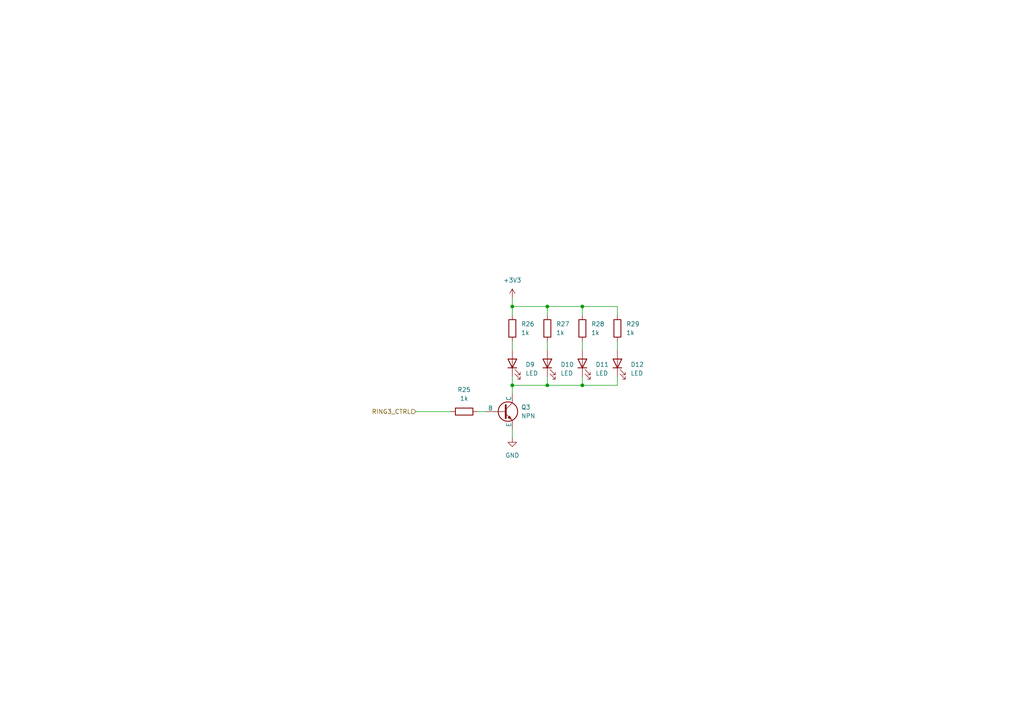
<source format=kicad_sch>
(kicad_sch (version 20231120) (generator "eeschema") (generator_version "8.0")
  (paper "A4")
  (lib_symbols
    (symbol "Device:LED" (pin_numbers hide) (pin_names (offset 1.016) hide)
      (property "Reference" "D" (at 0 2.54 0))
      (property "Value" "LED" (at 0 -2.54 0))
      (symbol "LED_0_1"
        (polyline (pts (xy -1.27 -1.27) (xy -1.27 1.27)) (stroke (width 0.254)))
        (polyline (pts (xy -1.27 0) (xy 1.27 0)))
        (polyline (pts (xy 1.27 -1.27) (xy 1.27 1.27) (xy -1.27 0) (xy 1.27 -1.27)) (stroke (width 0.254)))
        (polyline (pts (xy -3.048 -0.762) (xy -4.572 -2.286) (xy -3.81 -2.286) (xy -4.572 -2.286) (xy -4.572 -1.524)))
        (polyline (pts (xy -1.778 -0.762) (xy -3.302 -2.286) (xy -2.54 -2.286) (xy -3.302 -2.286) (xy -3.302 -1.524)))
      )
      (symbol "LED_1_1"
        (pin passive line (at -3.81 0 0) (length 2.54) (name "K") (number "1"))
        (pin passive line (at 3.81 0 180) (length 2.54) (name "A") (number "2"))
      )
    )
    (symbol "Device:R" (pin_numbers hide) (pin_names (offset 0))
      (property "Reference" "R" (at 2.032 0 90))
      (property "Value" "R" (at 0 0 90))
      (symbol "R_0_1"
        (rectangle (start -1.016 -2.54) (end 1.016 2.54) (stroke (width 0.254)))
      )
      (symbol "R_1_1"
        (pin passive line (at 0 3.81 270) (length 1.27) (name "~") (number "1"))
        (pin passive line (at 0 -3.81 90) (length 1.27) (name "~") (number "2"))
      )
    )
    (symbol "Simulation_SPICE:NPN" (pin_numbers hide) (pin_names (offset 0))
      (property "Reference" "Q" (at -2.54 7.62 0))
      (property "Value" "NPN" (at -2.54 5.08 0))
      (symbol "NPN_0_1"
        (polyline (pts (xy -2.54 0) (xy 0.635 0)) (stroke (width 0.1524)))
        (polyline (pts (xy 0.635 0.635) (xy 2.54 2.54)))
        (polyline (pts (xy 2.794 -1.27) (xy 2.794 -1.27)) (stroke (width 0.1524)))
        (polyline (pts (xy 2.794 -1.27) (xy 2.794 -1.27)) (stroke (width 0.1524)))
        (polyline (pts (xy 0.635 -0.635) (xy 2.54 -2.54) (xy 2.54 -2.54)))
        (polyline (pts (xy 0.635 1.905) (xy 0.635 -1.905) (xy 0.635 -1.905)) (stroke (width 0.508)))
        (polyline (pts (xy 1.27 -1.778) (xy 1.778 -1.27) (xy 2.286 -2.286) (xy 1.27 -1.778) (xy 1.27 -1.778)) (fill (type outline)))
        (circle (center 1.27 0) (radius 2.8194) (stroke (width 0.254)))
      )
      (symbol "NPN_1_1"
        (pin open_collector line (at 2.54 5.08 270) (length 2.54) (name "C") (number "1"))
        (pin input line (at -5.08 0 0) (length 2.54) (name "B") (number "2"))
        (pin open_emitter line (at 2.54 -5.08 90) (length 2.54) (name "E") (number "3"))
      )
    )
    (symbol "power:+3V3" (power) (pin_numbers hide) (pin_names (offset 0) hide)
      (property "Value" "+3V3" (at 0 3.556 0))
      (symbol "+3V3_0_1"
        (polyline (pts (xy -0.762 1.27) (xy 0 2.54)))
        (polyline (pts (xy 0 0) (xy 0 2.54)))
        (polyline (pts (xy 0 2.54) (xy 0.762 1.27)))
      )
      (symbol "+3V3_1_1"
        (pin power_in line (at 0 0 90) (length 0) (name "~") (number "1"))
      )
    )
    (symbol "power:GND" (power) (pin_numbers hide) (pin_names (offset 0) hide)
      (property "Value" "GND" (at 0 -3.81 0))
      (symbol "GND_0_1"
        (polyline (pts (xy 0 0) (xy 0 -1.27) (xy 1.27 -1.27) (xy 0 -2.54) (xy -1.27 -1.27) (xy 0 -1.27)))
      )
      (symbol "GND_1_1"
        (pin power_in line (at 0 0 270) (length 0) (name "~") (number "1"))
      )
    )
  )
  (junction (at 168.91 88.9))
  (junction (at 148.59 88.9))
  (junction (at 158.75 111.76))
  (junction (at 168.91 111.76))
  (junction (at 158.75 88.9))
  (junction (at 148.59 111.76))
  (wire (pts (xy 168.91 88.9) (xy 168.91 91.44)))
  (wire (pts (xy 158.75 111.76) (xy 168.91 111.76)))
  (wire (pts (xy 148.59 88.9) (xy 158.75 88.9)))
  (wire (pts (xy 168.91 99.06) (xy 168.91 101.6)))
  (wire (pts (xy 148.59 109.22) (xy 148.59 111.76)))
  (wire (pts (xy 168.91 111.76) (xy 179.07 111.76)))
  (wire (pts (xy 158.75 99.06) (xy 158.75 101.6)))
  (wire (pts (xy 148.59 111.76) (xy 158.75 111.76)))
  (wire (pts (xy 158.75 88.9) (xy 158.75 91.44)))
  (wire (pts (xy 148.59 91.44) (xy 148.59 88.9)))
  (wire (pts (xy 168.91 88.9) (xy 179.07 88.9)))
  (wire (pts (xy 148.59 111.76) (xy 148.59 114.3)))
  (wire (pts (xy 158.75 88.9) (xy 168.91 88.9)))
  (wire (pts (xy 148.59 99.06) (xy 148.59 101.6)))
  (wire (pts (xy 148.59 124.46) (xy 148.59 127)))
  (wire (pts (xy 138.43 119.38) (xy 140.97 119.38)))
  (wire (pts (xy 148.59 86.36) (xy 148.59 88.9)))
  (wire (pts (xy 179.07 99.06) (xy 179.07 101.6)))
  (wire (pts (xy 179.07 88.9) (xy 179.07 91.44)))
  (wire (pts (xy 120.65 119.38) (xy 130.81 119.38)))
  (wire (pts (xy 168.91 109.22) (xy 168.91 111.76)))
  (wire (pts (xy 158.75 109.22) (xy 158.75 111.76)))
  (wire (pts (xy 179.07 111.76) (xy 179.07 109.22)))
  (hierarchical_label "RING3_CTRL" (shape input) (at 120.65 119.38 180))
  (symbol (lib_id "Device:LED") (at 148.59 105.41 90) (unit 1)
    (property "Reference" "D9" (at 152.4 105.7274 90) (effects (justify right)))
    (property "Value" "LED" (at 152.4 108.2674 90) (effects (justify right)))
    (property "Description" "Light emitting diode" (effects (hide yes)))
  )
  (symbol (lib_id "Device:R") (at 134.62 119.38 90) (unit 1)
    (property "Reference" "R25" (at 134.62 113.03 90))
    (property "Value" "1k" (at 134.62 115.57 90))
    (property "Description" "Resistor" (effects (hide yes)))
  )
  (symbol (lib_id "power:GND") (at 148.59 127 0) (unit 1)
    (property "Reference" "#PWR034" (effects (hide yes)))
    (property "Value" "GND" (at 148.59 132.08 0))
    (property "Description" "Power symbol creates a global label with name \"GND\" , ground" (effects (hide yes)))
  )
  (symbol (lib_id "Device:R") (at 148.59 95.25 0) (unit 1)
    (property "Reference" "R26" (at 151.13 93.9799 0) (effects (justify left)))
    (property "Value" "1k" (at 151.13 96.5199 0) (effects (justify left)))
    (property "Description" "Resistor" (effects (hide yes)))
  )
  (symbol (lib_id "Device:R") (at 179.07 95.25 0) (unit 1)
    (property "Reference" "R29" (at 181.61 93.9799 0) (effects (justify left)))
    (property "Value" "1k" (at 181.61 96.5199 0) (effects (justify left)))
    (property "Description" "Resistor" (effects (hide yes)))
  )
  (symbol (lib_id "Device:LED") (at 158.75 105.41 90) (unit 1)
    (property "Reference" "D10" (at 162.56 105.7274 90) (effects (justify right)))
    (property "Value" "LED" (at 162.56 108.2674 90) (effects (justify right)))
    (property "Description" "Light emitting diode" (effects (hide yes)))
  )
  (symbol (lib_id "Device:LED") (at 168.91 105.41 90) (unit 1)
    (property "Reference" "D11" (at 172.72 105.7274 90) (effects (justify right)))
    (property "Value" "LED" (at 172.72 108.2674 90) (effects (justify right)))
    (property "Description" "Light emitting diode" (effects (hide yes)))
  )
  (symbol (lib_id "Simulation_SPICE:NPN") (at 146.05 119.38 0) (unit 1)
    (property "Reference" "Q3" (at 151.13 118.1099 0) (effects (justify left)))
    (property "Value" "NPN" (at 151.13 120.6499 0) (effects (justify left)))
    (property "Datasheet" "https://ngspice.sourceforge.io/docs/ngspice-html-manual/manual.xhtml#cha_BJTs" (effects (hide yes)))
    (property "Description" "Bipolar transistor symbol for simulation only, substrate tied to the emitter" (effects (hide yes)))
    (property "Sim.Device" "NPN" (effects (hide yes)))
    (property "Sim.Type" "GUMMELPOON" (effects (hide yes)))
    (property "Sim.Pins" "1=C 2=B 3=E" (effects (hide yes)))
  )
  (symbol (lib_id "power:+3V3") (at 148.59 86.36 0) (unit 1)
    (property "Reference" "#PWR033" (effects (hide yes)))
    (property "Value" "+3V3" (at 148.59 81.28 0))
    (property "Description" "Power symbol creates a global label with name \"+3V3\"" (effects (hide yes)))
  )
  (symbol (lib_id "Device:R") (at 158.75 95.25 0) (unit 1)
    (property "Reference" "R27" (at 161.29 93.9799 0) (effects (justify left)))
    (property "Value" "1k" (at 161.29 96.5199 0) (effects (justify left)))
    (property "Description" "Resistor" (effects (hide yes)))
  )
  (symbol (lib_id "Device:R") (at 168.91 95.25 0) (unit 1)
    (property "Reference" "R28" (at 171.45 93.9799 0) (effects (justify left)))
    (property "Value" "1k" (at 171.45 96.5199 0) (effects (justify left)))
    (property "Description" "Resistor" (effects (hide yes)))
  )
  (symbol (lib_id "Device:LED") (at 179.07 105.41 90) (unit 1)
    (property "Reference" "D12" (at 182.88 105.7274 90) (effects (justify right)))
    (property "Value" "LED" (at 182.88 108.2674 90) (effects (justify right)))
    (property "Description" "Light emitting diode" (effects (hide yes)))
  )
)
</source>
